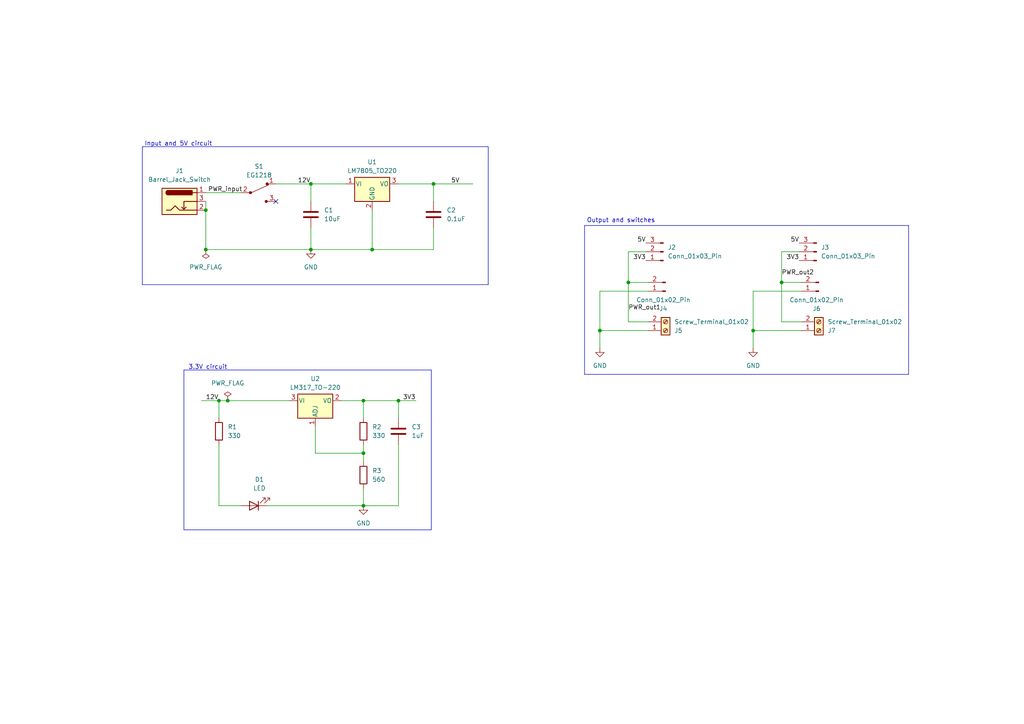
<source format=kicad_sch>
(kicad_sch (version 20230121) (generator eeschema)
  (paper "A4")
  (title_block (title "KiCad like a Pro Project 2") (date "2023-10-31") (rev "0.1") (comment 1 "Thomas Reidemeister"))
  (lib_symbols
    (symbol "Connector:Barrel_Jack_Switch" (pin_names hide)
      (property "Reference" "J" (at 0 5.334 0))
      (property "Value" "Barrel_Jack_Switch" (at 0 -5.08 0))
      (symbol "Barrel_Jack_Switch_0_1"
        (rectangle (start -5.08 3.81) (end 5.08 -3.81) (stroke (width 0.254)) (fill (type background)))
        (arc (start -3.302 3.175) (mid -3.9343 2.54) (end -3.302 1.905) (stroke (width 0.254)))
        (arc (start -3.302 3.175) (mid -3.9343 2.54) (end -3.302 1.905) (stroke (width 0.254)) (fill (type outline)))
        (polyline (pts (xy 1.27 -2.286) (xy 1.905 -1.651)) (stroke (width 0.254)))
        (polyline (pts (xy 5.08 2.54) (xy 3.81 2.54)) (stroke (width 0.254)))
        (polyline (pts (xy 5.08 0) (xy 1.27 0) (xy 1.27 -2.286) (xy 0.635 -1.651)) (stroke (width 0.254)))
        (polyline (pts (xy -3.81 -2.54) (xy -2.54 -2.54) (xy -1.27 -1.27) (xy 0 -2.54) (xy 2.54 -2.54) (xy 5.08 -2.54)) (stroke (width 0.254)))
        (rectangle (start 3.683 3.175) (end -3.302 1.905) (stroke (width 0.254)) (fill (type outline)))
      )
      (symbol "Barrel_Jack_Switch_1_1"
        (pin passive line (at 7.62 2.54 180) (length 2.54) (name "~") (number "1"))
        (pin passive line (at 7.62 -2.54 180) (length 2.54) (name "~") (number "2"))
        (pin passive line (at 7.62 0 180) (length 2.54) (name "~") (number "3"))
      )
    )
    (symbol "Connector:Conn_01x02_Pin" (pin_names (offset 1.016) hide)
      (property "Reference" "J" (at 0 2.54 0))
      (property "Value" "Conn_01x02_Pin" (at 0 -5.08 0))
      (symbol "Conn_01x02_Pin_1_1"
        (polyline (pts (xy 1.27 -2.54) (xy 0.8636 -2.54)) (stroke (width 0.1524)))
        (polyline (pts (xy 1.27 0) (xy 0.8636 0)) (stroke (width 0.1524)))
        (rectangle (start 0.8636 -2.413) (end 0 -2.667) (stroke (width 0.1524)) (fill (type outline)))
        (rectangle (start 0.8636 0.127) (end 0 -0.127) (stroke (width 0.1524)) (fill (type outline)))
        (pin passive line (at 5.08 0 180) (length 3.81) (name "Pin_1") (number "1"))
        (pin passive line (at 5.08 -2.54 180) (length 3.81) (name "Pin_2") (number "2"))
      )
    )
    (symbol "Connector:Conn_01x03_Pin" (pin_names (offset 1.016) hide)
      (property "Reference" "J" (at 0 5.08 0))
      (property "Value" "Conn_01x03_Pin" (at 0 -5.08 0))
      (symbol "Conn_01x03_Pin_1_1"
        (polyline (pts (xy 1.27 -2.54) (xy 0.8636 -2.54)) (stroke (width 0.1524)))
        (polyline (pts (xy 1.27 0) (xy 0.8636 0)) (stroke (width 0.1524)))
        (polyline (pts (xy 1.27 2.54) (xy 0.8636 2.54)) (stroke (width 0.1524)))
        (rectangle (start 0.8636 -2.413) (end 0 -2.667) (stroke (width 0.1524)) (fill (type outline)))
        (rectangle (start 0.8636 0.127) (end 0 -0.127) (stroke (width 0.1524)) (fill (type outline)))
        (rectangle (start 0.8636 2.667) (end 0 2.413) (stroke (width 0.1524)) (fill (type outline)))
        (pin passive line (at 5.08 2.54 180) (length 3.81) (name "Pin_1") (number "1"))
        (pin passive line (at 5.08 0 180) (length 3.81) (name "Pin_2") (number "2"))
        (pin passive line (at 5.08 -2.54 180) (length 3.81) (name "Pin_3") (number "3"))
      )
    )
    (symbol "Connector:Screw_Terminal_01x02" (pin_names (offset 1.016) hide)
      (property "Reference" "J" (at 0 2.54 0))
      (property "Value" "Screw_Terminal_01x02" (at 0 -5.08 0))
      (symbol "Screw_Terminal_01x02_1_1"
        (rectangle (start -1.27 1.27) (end 1.27 -3.81) (stroke (width 0.254)) (fill (type background)))
        (circle (center 0 -2.54) (radius 0.635) (stroke (width 0.1524)))
        (polyline (pts (xy -0.5334 -2.2098) (xy 0.3302 -3.048)) (stroke (width 0.1524)))
        (polyline (pts (xy -0.5334 0.3302) (xy 0.3302 -0.508)) (stroke (width 0.1524)))
        (polyline (pts (xy -0.3556 -2.032) (xy 0.508 -2.8702)) (stroke (width 0.1524)))
        (polyline (pts (xy -0.3556 0.508) (xy 0.508 -0.3302)) (stroke (width 0.1524)))
        (circle (center 0 0) (radius 0.635) (stroke (width 0.1524)))
        (pin passive line (at -5.08 0 0) (length 3.81) (name "Pin_1") (number "1"))
        (pin passive line (at -5.08 -2.54 0) (length 3.81) (name "Pin_2") (number "2"))
      )
    )
    (symbol "Device:C" (pin_numbers hide) (pin_names (offset 0.254))
      (property "Reference" "C" (at 0.635 2.54 0))
      (property "Value" "C" (at 0.635 -2.54 0))
      (symbol "C_0_1"
        (polyline (pts (xy -2.032 -0.762) (xy 2.032 -0.762)) (stroke (width 0.508)))
        (polyline (pts (xy -2.032 0.762) (xy 2.032 0.762)) (stroke (width 0.508)))
      )
      (symbol "C_1_1"
        (pin passive line (at 0 3.81 270) (length 2.794) (name "~") (number "1"))
        (pin passive line (at 0 -3.81 90) (length 2.794) (name "~") (number "2"))
      )
    )
    (symbol "Device:LED" (pin_numbers hide) (pin_names (offset 1.016) hide)
      (property "Reference" "D" (at 0 2.54 0))
      (property "Value" "LED" (at 0 -2.54 0))
      (symbol "LED_0_1"
        (polyline (pts (xy -1.27 -1.27) (xy -1.27 1.27)) (stroke (width 0.254)))
        (polyline (pts (xy -1.27 0) (xy 1.27 0)))
        (polyline (pts (xy 1.27 -1.27) (xy 1.27 1.27) (xy -1.27 0) (xy 1.27 -1.27)) (stroke (width 0.254)))
        (polyline (pts (xy -3.048 -0.762) (xy -4.572 -2.286) (xy -3.81 -2.286) (xy -4.572 -2.286) (xy -4.572 -1.524)))
        (polyline (pts (xy -1.778 -0.762) (xy -3.302 -2.286) (xy -2.54 -2.286) (xy -3.302 -2.286) (xy -3.302 -1.524)))
      )
      (symbol "LED_1_1"
        (pin passive line (at -3.81 0 0) (length 2.54) (name "K") (number "1"))
        (pin passive line (at 3.81 0 180) (length 2.54) (name "A") (number "2"))
      )
    )
    (symbol "Device:R" (pin_numbers hide) (pin_names (offset 0))
      (property "Reference" "R" (at 2.032 0 90))
      (property "Value" "R" (at 0 0 90))
      (symbol "R_0_1"
        (rectangle (start -1.016 -2.54) (end 1.016 2.54) (stroke (width 0.254)))
      )
      (symbol "R_1_1"
        (pin passive line (at 0 3.81 270) (length 1.27) (name "~") (number "1"))
        (pin passive line (at 0 -3.81 90) (length 1.27) (name "~") (number "2"))
      )
    )
    (symbol "Regulator_Linear:LM317_TO-220" (pin_names (offset 0.254))
      (property "Reference" "U" (at -3.81 3.175 0))
      (property "Value" "LM317_TO-220" (at 0 3.175 0))
      (symbol "LM317_TO-220_0_1"
        (rectangle (start -5.08 1.905) (end 5.08 -5.08) (stroke (width 0.254)) (fill (type background)))
      )
      (symbol "LM317_TO-220_1_1"
        (pin input line (at 0 -7.62 90) (length 2.54) (name "ADJ") (number "1"))
        (pin power_out line (at 7.62 0 180) (length 2.54) (name "VO") (number "2"))
        (pin power_in line (at -7.62 0 0) (length 2.54) (name "VI") (number "3"))
      )
    )
    (symbol "Regulator_Linear:LM7805_TO220" (pin_names (offset 0.254))
      (property "Reference" "U" (at -3.81 3.175 0))
      (property "Value" "LM7805_TO220" (at 0 3.175 0))
      (symbol "LM7805_TO220_0_1"
        (rectangle (start -5.08 1.905) (end 5.08 -5.08) (stroke (width 0.254)) (fill (type background)))
      )
      (symbol "LM7805_TO220_1_1"
        (pin power_in line (at -7.62 0 0) (length 2.54) (name "VI") (number "1"))
        (pin power_in line (at 0 -7.62 90) (length 2.54) (name "GND") (number "2"))
        (pin power_out line (at 7.62 0 180) (length 2.54) (name "VO") (number "3"))
      )
    )
    (symbol "dk_Slide-Switches:EG1218" (pin_names (offset 0))
      (property "Reference" "S" (at -3.81 2.286 0))
      (property "Value" "EG1218" (at 0 -5.334 0))
      (symbol "EG1218_0_1"
        (circle (center -2.286 0) (radius 0.3556) (fill (type outline)))
        (polyline (pts (xy -2.032 0) (xy 3.048 2.286)))
        (circle (center 2.286 -2.54) (radius 0.3556) (fill (type outline)))
        (circle (center 2.54 2.54) (radius 0.3556) (fill (type outline)))
      )
      (symbol "EG1218_1_1"
        (pin passive line (at 5.08 2.54 180) (length 2.54) (name "~") (number "1"))
        (pin passive line (at -5.08 0 0) (length 2.54) (name "~") (number "2"))
        (pin passive line (at 5.08 -2.54 180) (length 2.54) (name "~") (number "3"))
      )
    )
    (symbol "power:GND" (power) (pin_names (offset 0))
      (property "Value" "GND" (at 0 -3.81 0))
      (symbol "GND_0_1"
        (polyline (pts (xy 0 0) (xy 0 -1.27) (xy 1.27 -1.27) (xy 0 -2.54) (xy -1.27 -1.27) (xy 0 -1.27)))
      )
      (symbol "GND_1_1"
        (pin power_in line (at 0 0 270) (length 0) hide (name "GND") (number "1"))
      )
    )
    (symbol "power:PWR_FLAG" (power) (pin_numbers hide) (pin_names (offset 0) hide)
      (property "Value" "PWR_FLAG" (at 0 3.81 0))
      (symbol "PWR_FLAG_0_0"
        (pin power_out line (at 0 0 90) (length 0) (name "pwr") (number "1"))
      )
      (symbol "PWR_FLAG_0_1"
        (polyline (pts (xy 0 0) (xy 0 1.27) (xy -1.016 1.905) (xy 0 2.54) (xy 1.016 1.905) (xy 0 1.27)))
      )
    )
  )
  (junction (at 226.695 81.915))
  (junction (at 59.69 72.39))
  (junction (at 218.44 95.885))
  (junction (at 90.17 53.34))
  (junction (at 125.73 53.34))
  (junction (at 105.41 146.685))
  (junction (at 105.41 116.205))
  (junction (at 115.57 116.205))
  (junction (at 105.41 131.445))
  (junction (at 90.17 72.39))
  (junction (at 59.69 60.96))
  (junction (at 66.04 116.205))
  (junction (at 63.5 116.205))
  (junction (at 173.99 95.885))
  (junction (at 107.95 72.39))
  (junction (at 182.245 81.915))
  (no_connect (at 80.01 58.42))
  (wire (pts (xy 125.73 53.34) (xy 137.16 53.34)))
  (wire (pts (xy 125.73 66.04) (xy 125.73 72.39)))
  (wire (pts (xy 182.245 73.025) (xy 182.245 81.915)))
  (polyline (pts (xy 53.34 153.67) (xy 125.095 153.67)))
  (polyline (pts (xy 141.605 42.545) (xy 141.605 82.55)))
  (polyline (pts (xy 170.815 65.405) (xy 263.525 65.405)))
  (polyline (pts (xy 169.545 108.585) (xy 169.545 67.31)))
  (wire (pts (xy 107.95 72.39) (xy 125.73 72.39)))
  (wire (pts (xy 182.245 93.345) (xy 187.96 93.345)))
  (wire (pts (xy 59.69 58.42) (xy 59.69 60.96)))
  (wire (pts (xy 107.95 60.96) (xy 107.95 72.39)))
  (wire (pts (xy 58.42 116.205) (xy 63.5 116.205)))
  (polyline (pts (xy 41.275 42.545) (xy 141.605 42.545)))
  (wire (pts (xy 105.41 141.605) (xy 105.41 146.685)))
  (wire (pts (xy 226.695 93.345) (xy 232.41 93.345)))
  (polyline (pts (xy 53.34 107.315) (xy 53.34 153.67)))
  (wire (pts (xy 182.245 73.025) (xy 187.325 73.025)))
  (wire (pts (xy 90.17 72.39) (xy 107.95 72.39)))
  (wire (pts (xy 105.41 131.445) (xy 105.41 133.985)))
  (polyline (pts (xy 41.275 42.545) (xy 41.275 82.55)))
  (wire (pts (xy 218.44 95.885) (xy 232.41 95.885)))
  (wire (pts (xy 105.41 146.685) (xy 115.57 146.685)))
  (wire (pts (xy 115.57 128.905) (xy 115.57 146.685)))
  (wire (pts (xy 187.96 81.915) (xy 182.245 81.915)))
  (wire (pts (xy 226.695 73.025) (xy 226.695 81.915)))
  (wire (pts (xy 173.99 95.885) (xy 187.96 95.885)))
  (wire (pts (xy 77.47 146.685) (xy 105.41 146.685)))
  (wire (pts (xy 99.06 116.205) (xy 105.41 116.205)))
  (wire (pts (xy 90.17 66.04) (xy 90.17 72.39)))
  (wire (pts (xy 90.17 58.42) (xy 90.17 53.34)))
  (wire (pts (xy 105.41 128.905) (xy 105.41 131.445)))
  (wire (pts (xy 218.44 95.885) (xy 218.44 100.965)))
  (wire (pts (xy 182.245 81.915) (xy 182.245 93.345)))
  (polyline (pts (xy 263.525 65.405) (xy 263.525 108.585)))
  (wire (pts (xy 115.57 116.205) (xy 120.65 116.205)))
  (wire (pts (xy 90.17 53.34) (xy 100.33 53.34)))
  (wire (pts (xy 173.99 84.455) (xy 173.99 95.885)))
  (wire (pts (xy 66.04 116.205) (xy 83.82 116.205)))
  (polyline (pts (xy 169.545 65.405) (xy 170.815 65.405)))
  (wire (pts (xy 105.41 116.205) (xy 105.41 121.285)))
  (wire (pts (xy 115.57 53.34) (xy 125.73 53.34)))
  (wire (pts (xy 59.69 60.96) (xy 59.69 72.39)))
  (wire (pts (xy 125.73 58.42) (xy 125.73 53.34)))
  (wire (pts (xy 63.5 128.905) (xy 63.5 146.685)))
  (polyline (pts (xy 263.525 108.585) (xy 169.545 108.585)))
  (wire (pts (xy 232.41 84.455) (xy 218.44 84.455)))
  (wire (pts (xy 187.96 84.455) (xy 173.99 84.455)))
  (wire (pts (xy 80.01 53.34) (xy 90.17 53.34)))
  (wire (pts (xy 115.57 116.205) (xy 115.57 121.285)))
  (polyline (pts (xy 141.605 82.55) (xy 41.275 82.55)))
  (wire (pts (xy 226.695 81.915) (xy 226.695 93.345)))
  (wire (pts (xy 232.41 81.915) (xy 226.695 81.915)))
  (polyline (pts (xy 125.095 107.315) (xy 125.095 153.67)))
  (wire (pts (xy 59.69 55.88) (xy 69.85 55.88)))
  (wire (pts (xy 63.5 146.685) (xy 69.85 146.685)))
  (wire (pts (xy 91.44 131.445) (xy 105.41 131.445)))
  (wire (pts (xy 63.5 116.205) (xy 66.04 116.205)))
  (wire (pts (xy 63.5 116.205) (xy 63.5 121.285)))
  (polyline (pts (xy 125.095 107.315) (xy 53.34 107.315)))
  (polyline (pts (xy 169.545 65.405) (xy 169.545 67.31)))
  (wire (pts (xy 105.41 116.205) (xy 115.57 116.205)))
  (wire (pts (xy 218.44 84.455) (xy 218.44 95.885)))
  (wire (pts (xy 59.69 72.39) (xy 90.17 72.39)))
  (wire (pts (xy 91.44 123.825) (xy 91.44 131.445)))
  (wire (pts (xy 231.775 73.025) (xy 226.695 73.025)))
  (wire (pts (xy 173.99 95.885) (xy 173.99 100.965)))
  (text "Input and 5V circuit" (at 41.91 42.545 0) (effects (font (size 1.27 1.27)) (justify left bottom)))
  (text "3.3V circuit" (at 54.61 107.315 0) (effects (font (size 1.27 1.27)) (justify left bottom)))
  (text "Output and switches" (at 170.18 64.77 0) (effects (font (size 1.27 1.27)) (justify left bottom)))
  (label "PWR_out2" (at 226.695 80.01 0))
  (label "5V" (at 187.325 70.485 180))
  (label "3V3" (at 116.84 116.205 0))
  (label "PWR_out1" (at 182.245 90.17 0))
  (label "12V" (at 59.69 116.205 0))
  (label "3V3" (at 231.775 75.565 180))
  (label "12V" (at 86.36 53.34 0))
  (label "PWR_input" (at 60.325 55.88 0))
  (label "5V" (at 130.81 53.34 0))
  (label "5V" (at 231.775 70.485 180))
  (label "3V3" (at 187.325 75.565 180))
  (symbol (lib_id "Regulator_Linear:LM7805_TO220") (at 107.95 53.34 0) (unit 1)
    (property "Reference" "U1" (at 107.95 46.99 0))
    (property "Value" "LM7805_TO220" (at 107.95 49.53 0))
    (property "Footprint" "Package_TO_SOT_THT:TO-220-3_Vertical" (effects hide))
    (property "Datasheet" "https://www.onsemi.cn/PowerSolutions/document/MC7800-D.PDF" (effects hide))
  )
  (symbol (lib_id "Device:R") (at 105.41 137.795 180) (unit 1)
    (property "Reference" "R3" (at 107.95 136.525 0) (effects (justify right)))
    (property "Value" "560" (at 107.95 139.065 0) (effects (justify right)))
    (property "Footprint" "Resistor_THT:R_Axial_DIN0204_L3.6mm_D1.6mm_P7.62mm_Horizontal" (effects hide))
  )
  (symbol (lib_id "Connector:Conn_01x02_Pin") (at 193.04 84.455 180) (unit 1)
    (property "Reference" "J4" (at 192.405 89.535 0))
    (property "Value" "Conn_01x02_Pin" (at 192.405 86.995 0))
    (property "Footprint" "Connector_PinHeader_2.54mm:PinHeader_1x02_P2.54mm_Vertical" (effects hide))
  )
  (symbol (lib_id "Device:LED") (at 73.66 146.685 180) (unit 1)
    (property "Reference" "D1" (at 75.2475 139.065 0))
    (property "Value" "LED" (at 75.2475 141.605 0))
    (property "Footprint" "LED_THT:LED_D5.0mm" (effects hide))
  )
  (symbol (lib_id "power:GND") (at 173.99 100.965 0) (unit 1)
    (property "Reference" "#PWR03" (effects hide))
    (property "Value" "GND" (at 173.99 106.045 0))
  )
  (symbol (lib_id "Connector:Screw_Terminal_01x02") (at 193.04 95.885 0) (mirror x) (unit 1)
    (property "Reference" "J5" (at 195.58 95.885 0) (effects (justify left)))
    (property "Value" "Screw_Terminal_01x02" (at 195.58 93.345 0) (effects (justify left)))
    (property "Footprint" "TerminalBlock:TerminalBlock_bornier-2_P5.08mm" (effects hide))
  )
  (symbol (lib_id "power:PWR_FLAG") (at 66.04 116.205 0) (unit 1)
    (property "Reference" "#FLG02" (effects hide))
    (property "Value" "PWR_FLAG" (at 66.04 111.125 0))
  )
  (symbol (lib_id "Regulator_Linear:LM317_TO-220") (at 91.44 116.205 0) (unit 1)
    (property "Reference" "U2" (at 91.44 109.855 0))
    (property "Value" "LM317_TO-220" (at 91.44 112.395 0))
    (property "Footprint" "Package_TO_SOT_THT:TO-220-3_Vertical" (effects hide))
    (property "Datasheet" "http://www.ti.com/lit/ds/symlink/lm317.pdf" (effects hide))
  )
  (symbol (lib_id "power:PWR_FLAG") (at 59.69 72.39 180) (unit 1)
    (property "Reference" "#FLG01" (effects hide))
    (property "Value" "PWR_FLAG" (at 59.69 77.47 0))
  )
  (symbol (lib_id "power:GND") (at 218.44 100.965 0) (unit 1)
    (property "Reference" "#PWR04" (effects hide))
    (property "Value" "GND" (at 218.44 106.045 0))
  )
  (symbol (lib_id "power:GND") (at 105.41 146.685 0) (unit 1)
    (property "Reference" "#PWR02" (effects hide))
    (property "Value" "GND" (at 105.41 151.765 0))
  )
  (symbol (lib_id "Device:R") (at 105.41 125.095 180) (unit 1)
    (property "Reference" "R2" (at 107.95 123.825 0) (effects (justify right)))
    (property "Value" "330" (at 107.95 126.365 0) (effects (justify right)))
    (property "Footprint" "Resistor_THT:R_Axial_DIN0204_L3.6mm_D1.6mm_P7.62mm_Horizontal" (effects hide))
  )
  (symbol (lib_id "Connector:Conn_01x02_Pin") (at 237.49 84.455 180) (unit 1)
    (property "Reference" "J6" (at 236.855 89.535 0))
    (property "Value" "Conn_01x02_Pin" (at 236.855 86.995 0))
    (property "Footprint" "Connector_PinHeader_2.54mm:PinHeader_1x02_P2.54mm_Vertical" (effects hide))
  )
  (symbol (lib_id "Connector:Barrel_Jack_Switch") (at 52.07 58.42 0) (unit 1)
    (property "Reference" "J1" (at 52.07 49.53 0))
    (property "Value" "Barrel_Jack_Switch" (at 52.07 52.07 0))
    (property "Footprint" "Connector_BarrelJack:BarrelJack_Horizontal" (effects hide))
  )
  (symbol (lib_id "Device:R") (at 63.5 125.095 180) (unit 1)
    (property "Reference" "R1" (at 66.04 123.825 0) (effects (justify right)))
    (property "Value" "330" (at 66.04 126.365 0) (effects (justify right)))
    (property "Footprint" "Resistor_THT:R_Axial_DIN0204_L3.6mm_D1.6mm_P7.62mm_Horizontal" (effects hide))
  )
  (symbol (lib_id "Device:C") (at 115.57 125.095 0) (unit 1)
    (property "Reference" "C3" (at 119.38 123.825 0) (effects (justify left)))
    (property "Value" "1uF" (at 119.38 126.365 0) (effects (justify left)))
    (property "Footprint" "Capacitor_THT:C_Disc_D3.0mm_W1.6mm_P2.50mm" (effects hide))
  )
  (symbol (lib_id "Connector:Conn_01x03_Pin") (at 192.405 73.025 180) (unit 1)
    (property "Reference" "J2" (at 193.675 71.755 0) (effects (justify right)))
    (property "Value" "Conn_01x03_Pin" (at 193.675 74.295 0) (effects (justify right)))
    (property "Footprint" "Connector_PinHeader_2.54mm:PinHeader_1x03_P2.54mm_Vertical" (effects hide))
  )
  (symbol (lib_id "Connector:Screw_Terminal_01x02") (at 237.49 95.885 0) (mirror x) (unit 1)
    (property "Reference" "J7" (at 240.03 95.885 0) (effects (justify left)))
    (property "Value" "Screw_Terminal_01x02" (at 240.03 93.345 0) (effects (justify left)))
    (property "Footprint" "TerminalBlock:TerminalBlock_bornier-2_P5.08mm" (effects hide))
  )
  (symbol (lib_id "Device:C") (at 125.73 62.23 0) (unit 1)
    (property "Reference" "C2" (at 129.54 60.96 0) (effects (justify left)))
    (property "Value" "0.1uF" (at 129.54 63.5 0) (effects (justify left)))
    (property "Footprint" "Capacitor_THT:C_Disc_D3.0mm_W1.6mm_P2.50mm" (effects hide))
  )
  (symbol (lib_id "Device:C") (at 90.17 62.23 0) (unit 1)
    (property "Reference" "C1" (at 93.98 60.96 0) (effects (justify left)))
    (property "Value" "10uF" (at 93.98 63.5 0) (effects (justify left)))
    (property "Footprint" "Capacitor_THT:C_Disc_D3.0mm_W1.6mm_P2.50mm" (effects hide))
  )
  (symbol (lib_id "dk_Slide-Switches:EG1218") (at 74.93 55.88 0) (unit 1)
    (property "Reference" "S1" (at 75.1332 48.26 0))
    (property "Value" "EG1218" (at 75.1332 50.8 0))
    (property "Footprint" "digikey-footprints:Switch_Slide_11.6x4mm_EG1218" (effects hide))
    (property "Datasheet" "http://spec_sheets.e-switch.com/specs/P040040.pdf" (effects hide))
    (property "Digi-Key_PN" "EG1903-ND" (effects hide))
    (property "MPN" "EG1218" (effects hide))
    (property "Category" "Switches" (effects hide))
    (property "Family" "Slide Switches" (effects hide))
    (property "DK_Datasheet_Link" "http://spec_sheets.e-switch.com/specs/P040040.pdf" (effects hide))
    (property "DK_Detail_Page" "/product-detail/en/e-switch/EG1218/EG1903-ND/101726" (effects hide))
    (property "Description" "SWITCH SLIDE SPDT 200MA 30V" (effects hide))
    (property "Manufacturer" "E-Switch" (effects hide))
    (property "Status" "Active" (effects hide))
  )
  (symbol (lib_id "Connector:Conn_01x03_Pin") (at 236.855 73.025 180) (unit 1)
    (property "Reference" "J3" (at 238.125 71.755 0) (effects (justify right)))
    (property "Value" "Conn_01x03_Pin" (at 238.125 74.295 0) (effects (justify right)))
    (property "Footprint" "Connector_PinHeader_2.54mm:PinHeader_1x03_P2.54mm_Vertical" (effects hide))
  )
  (symbol (lib_id "power:GND") (at 90.17 72.39 0) (unit 1)
    (property "Reference" "#PWR01" (effects hide))
    (property "Value" "GND" (at 90.17 77.47 0))
  )
)
</source>
